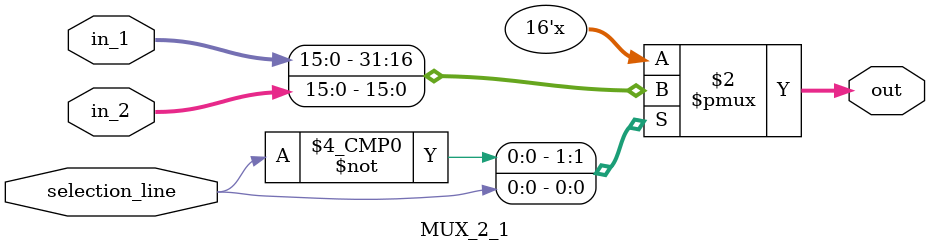
<source format=v>
/* Description : This verilog file tends to construct a 2x1 MUX */
/* Author : Basma Walid - Preprocessing Team */

module MUX_2_1 #(parameter BITS = 16 )(
	input wire [BITS-1:0] in_1 ,
	input wire [BITS-1:0] in_2 ,
	input wire 			  selection_line ,
	output reg [BITS-1:0] out 
);

always@(*)
begin
	case(selection_line)
	1'b0 : out = in_1 ;
	1'b1 : out = in_2 ;
	default : out = 0 ;
	endcase
	
end
endmodule

</source>
